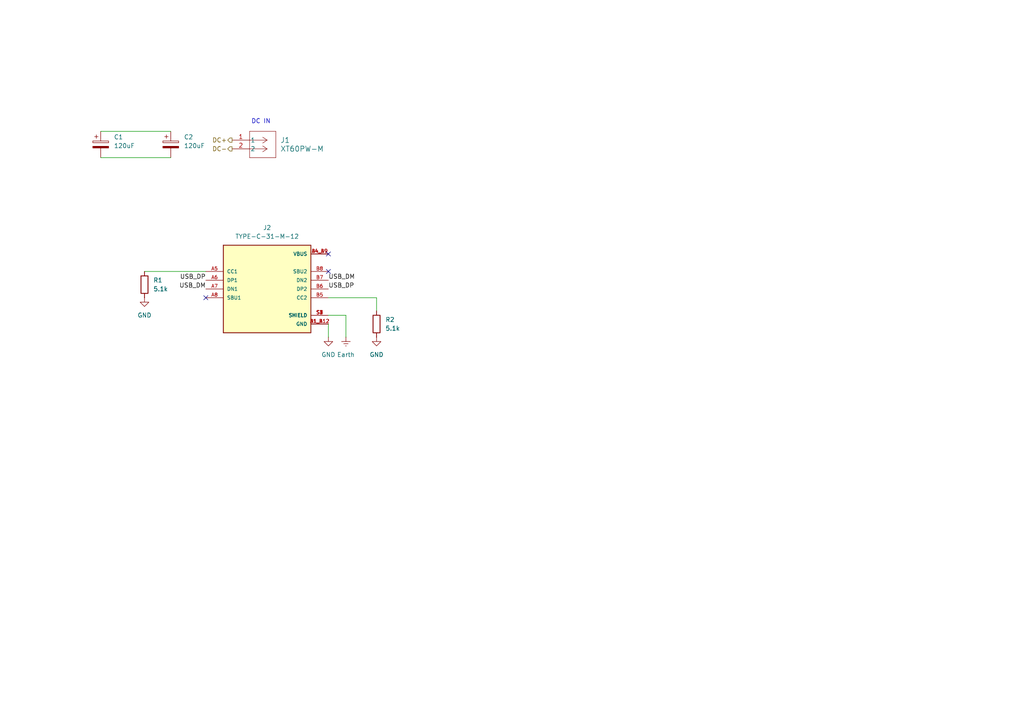
<source format=kicad_sch>
(kicad_sch (version 20231120) (generator "eeschema") (generator_version "8.0")
  (paper "A4")
  (lib_symbols
    (symbol "2024-07-02_21-14-47:XT60PW-M" (pin_names (offset 0.254))
      (property "Reference" "J" (at 8.89 6.35 0))
      (property "Value" "XT60PW-M" (at 0 0 0))
      (symbol "XT60PW-M_1_1"
        (polyline (pts (xy 5.08 -5.08) (xy 12.7 -5.08)) (stroke (width 0.127)))
        (polyline (pts (xy 5.08 2.54) (xy 5.08 -5.08)) (stroke (width 0.127)))
        (polyline (pts (xy 10.16 -2.54) (xy 5.08 -2.54)) (stroke (width 0.127)))
        (polyline (pts (xy 10.16 -2.54) (xy 8.89 -3.3867)) (stroke (width 0.127)))
        (polyline (pts (xy 10.16 -2.54) (xy 8.89 -1.6933)) (stroke (width 0.127)))
        (polyline (pts (xy 10.16 0) (xy 5.08 0)) (stroke (width 0.127)))
        (polyline (pts (xy 10.16 0) (xy 8.89 -0.8467)) (stroke (width 0.127)))
        (polyline (pts (xy 10.16 0) (xy 8.89 0.8467)) (stroke (width 0.127)))
        (polyline (pts (xy 12.7 -5.08) (xy 12.7 2.54)) (stroke (width 0.127)))
        (polyline (pts (xy 12.7 2.54) (xy 5.08 2.54)) (stroke (width 0.127)))
        (pin unspecified line (at 0 0 0) (length 5.08) (name "1") (number "1"))
        (pin unspecified line (at 0 -2.54 0) (length 5.08) (name "2") (number "2"))
      )
      (symbol "XT60PW-M_1_2"
        (polyline (pts (xy 5.08 -5.08) (xy 12.7 -5.08)) (stroke (width 0.127)))
        (polyline (pts (xy 5.08 2.54) (xy 5.08 -5.08)) (stroke (width 0.127)))
        (polyline (pts (xy 7.62 -2.54) (xy 5.08 -2.54)) (stroke (width 0.127)))
        (polyline (pts (xy 7.62 -2.54) (xy 8.89 -3.3867)) (stroke (width 0.127)))
        (polyline (pts (xy 7.62 -2.54) (xy 8.89 -1.6933)) (stroke (width 0.127)))
        (polyline (pts (xy 7.62 0) (xy 5.08 0)) (stroke (width 0.127)))
        (polyline (pts (xy 7.62 0) (xy 8.89 -0.8467)) (stroke (width 0.127)))
        (polyline (pts (xy 7.62 0) (xy 8.89 0.8467)) (stroke (width 0.127)))
        (polyline (pts (xy 12.7 -5.08) (xy 12.7 2.54)) (stroke (width 0.127)))
        (polyline (pts (xy 12.7 2.54) (xy 5.08 2.54)) (stroke (width 0.127)))
        (pin unspecified line (at 0 0 0) (length 5.08) (name "1") (number "1"))
        (pin unspecified line (at 0 -2.54 0) (length 5.08) (name "2") (number "2"))
      )
    )
    (symbol "Device:C_Polarized" (pin_numbers hide) (pin_names (offset 0.254))
      (property "Reference" "C" (at 0.635 2.54 0))
      (property "Value" "C_Polarized" (at 0.635 -2.54 0))
      (symbol "C_Polarized_0_1"
        (rectangle (start -2.286 0.508) (end 2.286 1.016))
        (polyline (pts (xy -1.778 2.286) (xy -0.762 2.286)))
        (polyline (pts (xy -1.27 2.794) (xy -1.27 1.778)))
        (rectangle (start 2.286 -0.508) (end -2.286 -1.016) (fill (type outline)))
      )
      (symbol "C_Polarized_1_1"
        (pin passive line (at 0 3.81 270) (length 2.794) (name "~") (number "1"))
        (pin passive line (at 0 -3.81 90) (length 2.794) (name "~") (number "2"))
      )
    )
    (symbol "Device:R" (pin_numbers hide) (pin_names (offset 0))
      (property "Reference" "R" (at 2.032 0 90))
      (property "Value" "R" (at 0 0 90))
      (symbol "R_0_1"
        (rectangle (start -1.016 -2.54) (end 1.016 2.54) (stroke (width 0.254)))
      )
      (symbol "R_1_1"
        (pin passive line (at 0 3.81 270) (length 1.27) (name "~") (number "1"))
        (pin passive line (at 0 -3.81 90) (length 1.27) (name "~") (number "2"))
      )
    )
    (symbol "TYPE-C-31-M-12:TYPE-C-31-M-12" (pin_names (offset 1.016))
      (property "Reference" "J" (at -12.7 13.462 0))
      (property "Value" "TYPE-C-31-M-12" (at -12.7 -13.462 0))
      (symbol "TYPE-C-31-M-12_0_0"
        (rectangle (start -12.7 -12.7) (end 12.7 12.7) (stroke (width 0.254)) (fill (type background)))
        (pin power_in line (at 17.78 -10.16 180) (length 5.08) (name "GND") (number "A1_B12"))
        (pin power_in line (at 17.78 10.16 180) (length 5.08) (name "VBUS") (number "A4_B9"))
        (pin bidirectional line (at -17.78 5.08 0) (length 5.08) (name "CC1") (number "A5"))
        (pin bidirectional line (at -17.78 2.54 0) (length 5.08) (name "DP1") (number "A6"))
        (pin bidirectional line (at -17.78 0 0) (length 5.08) (name "DN1") (number "A7"))
        (pin bidirectional line (at -17.78 -2.54 0) (length 5.08) (name "SBU1") (number "A8"))
        (pin power_in line (at 17.78 -10.16 180) (length 5.08) (name "GND") (number "B1_A12"))
        (pin power_in line (at 17.78 10.16 180) (length 5.08) (name "VBUS") (number "B4_A9"))
        (pin bidirectional line (at 17.78 -2.54 180) (length 5.08) (name "CC2") (number "B5"))
        (pin bidirectional line (at 17.78 0 180) (length 5.08) (name "DP2") (number "B6"))
        (pin bidirectional line (at 17.78 2.54 180) (length 5.08) (name "DN2") (number "B7"))
        (pin bidirectional line (at 17.78 5.08 180) (length 5.08) (name "SBU2") (number "B8"))
        (pin passive line (at 17.78 -7.62 180) (length 5.08) (name "SHIELD") (number "S1"))
        (pin passive line (at 17.78 -7.62 180) (length 5.08) (name "SHIELD") (number "S2"))
        (pin passive line (at 17.78 -7.62 180) (length 5.08) (name "SHIELD") (number "S3"))
        (pin passive line (at 17.78 -7.62 180) (length 5.08) (name "SHIELD") (number "S4"))
      )
    )
    (symbol "power:Earth" (power) (pin_numbers hide) (pin_names (offset 0) hide)
      (property "Value" "Earth" (at 0 -3.81 0))
      (symbol "Earth_0_1"
        (polyline (pts (xy -0.635 -1.905) (xy 0.635 -1.905)))
        (polyline (pts (xy -0.127 -2.54) (xy 0.127 -2.54)))
        (polyline (pts (xy 0 -1.27) (xy 0 0)))
        (polyline (pts (xy 1.27 -1.27) (xy -1.27 -1.27)))
      )
      (symbol "Earth_1_1"
        (pin power_in line (at 0 0 270) (length 0) (name "~") (number "1"))
      )
    )
    (symbol "power:GND" (power) (pin_numbers hide) (pin_names (offset 0) hide)
      (property "Value" "GND" (at 0 -3.81 0))
      (symbol "GND_0_1"
        (polyline (pts (xy 0 0) (xy 0 -1.27) (xy 1.27 -1.27) (xy 0 -2.54) (xy -1.27 -1.27) (xy 0 -1.27)))
      )
      (symbol "GND_1_1"
        (pin power_in line (at 0 0 270) (length 0) (name "~") (number "1"))
      )
    )
  )
  (no_connect (at 95.25 78.74))
  (no_connect (at 95.25 73.66))
  (no_connect (at 59.69 86.36))
  (wire (pts (xy 100.33 91.44) (xy 100.33 97.79)))
  (wire (pts (xy 95.25 93.98) (xy 95.25 97.79)))
  (wire (pts (xy 41.91 78.74) (xy 59.69 78.74)))
  (wire (pts (xy 95.25 86.36) (xy 109.22 86.36)))
  (wire (pts (xy 29.21 45.72) (xy 49.53 45.72)))
  (wire (pts (xy 109.22 86.36) (xy 109.22 90.17)))
  (wire (pts (xy 29.21 38.1) (xy 49.53 38.1)))
  (wire (pts (xy 95.25 91.44) (xy 100.33 91.44)))
  (text "DC IN" (at 75.692 35.306 0) (effects (font (size 1.27 1.27))))
  (label "USB_DM" (at 59.69 83.82 180))
  (label "USB_DP" (at 59.69 81.28 180))
  (label "USB_DM" (at 95.25 81.28 0))
  (label "USB_DP" (at 95.25 83.82 0))
  (hierarchical_label "DC-" (shape output) (at 67.31 43.18 180))
  (hierarchical_label "DC+" (shape output) (at 67.31 40.64 180))
  (symbol (lib_id "power:Earth") (at 100.33 97.79 0) (unit 1)
    (property "Reference" "#PWR03" (effects (hide yes)))
    (property "Value" "Earth" (at 100.33 102.87 0))
    (property "Description" "Power symbol creates a global label with name \"Earth\"" (effects (hide yes)))
  )
  (symbol (lib_id "power:GND") (at 41.91 86.36 0) (unit 1)
    (property "Reference" "#PWR01" (effects (hide yes)))
    (property "Value" "GND" (at 41.91 91.44 0))
    (property "Description" "Power symbol creates a global label with name \"GND\" , ground" (effects (hide yes)))
  )
  (symbol (lib_id "2024-07-02_21-14-47:XT60PW-M") (at 67.31 40.64 0) (unit 1)
    (property "Reference" "J1" (at 81.28 40.6399 0) (effects (font (size 1.524 1.524)) (justify left)))
    (property "Value" "XT60PW-M" (at 81.28 43.1799 0) (effects (font (size 1.524 1.524)) (justify left)))
    (property "Footprint" "CONN_XT60PW-M_AMA" (effects (hide yes)))
    (property "Datasheet" "XT60PW-M" (effects (hide yes)))
  )
  (symbol (lib_id "power:GND") (at 109.22 97.79 0) (unit 1)
    (property "Reference" "#PWR04" (effects (hide yes)))
    (property "Value" "GND" (at 109.22 102.87 0))
    (property "Description" "Power symbol creates a global label with name \"GND\" , ground" (effects (hide yes)))
  )
  (symbol (lib_id "power:GND") (at 95.25 97.79 0) (unit 1)
    (property "Reference" "#PWR02" (effects (hide yes)))
    (property "Value" "GND" (at 95.25 102.87 0))
    (property "Description" "Power symbol creates a global label with name \"GND\" , ground" (effects (hide yes)))
  )
  (symbol (lib_id "TYPE-C-31-M-12:TYPE-C-31-M-12") (at 77.47 83.82 0) (unit 1)
    (property "Reference" "J2" (at 77.47 66.04 0))
    (property "Value" "TYPE-C-31-M-12" (at 77.47 68.58 0))
    (property "Footprint" "TYPE-C-31-M-12:HRO_TYPE-C-31-M-12" (effects (hide yes)))
    (property "MF" "HRO Electronics Co., Ltd." (effects (hide yes)))
    (property "MAXIMUM_PACKAGE_HEIGHT" "3.26 mm" (effects (hide yes)))
    (property "Package" "Package" (effects (hide yes)))
    (property "Price" "None" (effects (hide yes)))
    (property "Check_prices" "https://www.snapeda.com/parts/TYPE-C-31-M-12/HRO+Electronics+Co.%252C+Ltd./view-part/?ref=eda" (effects (hide yes)))
    (property "STANDARD" "Manufacturer Recommendations" (effects (hide yes)))
    (property "PARTREV" "2020.12.08" (effects (hide yes)))
    (property "SnapEDA_Link" "https://www.snapeda.com/parts/TYPE-C-31-M-12/HRO+Electronics+Co.%252C+Ltd./view-part/?ref=snap" (effects (hide yes)))
    (property "MP" "TYPE-C-31-M-12" (effects (hide yes)))
    (property "Description_1" "\nUSB Connectors 24 Receptacle 1 8.94*7.3mm RoHS\n" (effects (hide yes)))
    (property "SNAPEDA_PN" "TYPE-C-31-M-12" (effects (hide yes)))
    (property "Availability" "Not in stock" (effects (hide yes)))
    (property "MANUFACTURER" "HRO Electronics Co., Ltd." (effects (hide yes)))
  )
  (symbol (lib_id "Device:R") (at 109.22 93.98 0) (unit 1)
    (property "Reference" "R2" (at 111.76 92.7099 0) (effects (justify left)))
    (property "Value" "5.1k" (at 111.76 95.2499 0) (effects (justify left)))
    (property "Footprint" "Resistor_SMD:R_0603_1608Metric" (effects (hide yes)))
    (property "Description" "Resistor" (effects (hide yes)))
  )
  (symbol (lib_id "Device:C_Polarized") (at 29.21 41.91 0) (unit 1)
    (property "Reference" "C1" (at 33.02 39.7509 0) (effects (justify left)))
    (property "Value" "120uF" (at 33.02 42.2909 0) (effects (justify left)))
    (property "Description" "Polarized capacitor" (effects (hide yes)))
  )
  (symbol (lib_id "Device:C_Polarized") (at 49.53 41.91 0) (unit 1)
    (property "Reference" "C2" (at 53.34 39.7509 0) (effects (justify left)))
    (property "Value" "120uF" (at 53.34 42.2909 0) (effects (justify left)))
    (property "Description" "Polarized capacitor" (effects (hide yes)))
  )
  (symbol (lib_id "Device:R") (at 41.91 82.55 0) (unit 1)
    (property "Reference" "R1" (at 44.45 81.2799 0) (effects (justify left)))
    (property "Value" "5.1k" (at 44.45 83.8199 0) (effects (justify left)))
    (property "Footprint" "Resistor_SMD:R_0603_1608Metric" (effects (hide yes)))
    (property "Description" "Resistor" (effects (hide yes)))
  )
)
</source>
